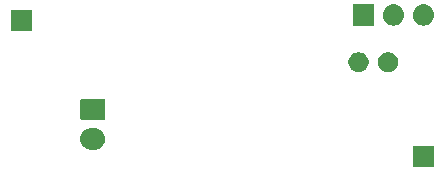
<source format=gbr>
G04 #@! TF.GenerationSoftware,KiCad,Pcbnew,5.0.2-bee76a0~70~ubuntu16.04.1*
G04 #@! TF.CreationDate,2019-07-30T15:32:40+02:00*
G04 #@! TF.ProjectId,hw-TS1B,68772d54-5331-4422-9e6b-696361645f70,rev?*
G04 #@! TF.SameCoordinates,Original*
G04 #@! TF.FileFunction,Soldermask,Bot*
G04 #@! TF.FilePolarity,Negative*
%FSLAX46Y46*%
G04 Gerber Fmt 4.6, Leading zero omitted, Abs format (unit mm)*
G04 Created by KiCad (PCBNEW 5.0.2-bee76a0~70~ubuntu16.04.1) date Tue 30 Jul 2019 03:32:40 PM CEST*
%MOMM*%
%LPD*%
G01*
G04 APERTURE LIST*
%ADD10C,0.100000*%
G04 APERTURE END LIST*
D10*
G36*
X187901000Y-83901000D02*
X186099000Y-83901000D01*
X186099000Y-82099000D01*
X187901000Y-82099000D01*
X187901000Y-83901000D01*
X187901000Y-83901000D01*
G37*
G36*
X159260443Y-80605519D02*
X159326627Y-80612037D01*
X159439853Y-80646384D01*
X159496467Y-80663557D01*
X159635087Y-80737652D01*
X159652991Y-80747222D01*
X159688729Y-80776552D01*
X159790186Y-80859814D01*
X159873448Y-80961271D01*
X159902778Y-80997009D01*
X159902779Y-80997011D01*
X159986443Y-81153533D01*
X159986443Y-81153534D01*
X160037963Y-81323373D01*
X160055359Y-81500000D01*
X160037963Y-81676627D01*
X160003616Y-81789853D01*
X159986443Y-81846467D01*
X159912348Y-81985087D01*
X159902778Y-82002991D01*
X159873448Y-82038729D01*
X159790186Y-82140186D01*
X159688729Y-82223448D01*
X159652991Y-82252778D01*
X159652989Y-82252779D01*
X159496467Y-82336443D01*
X159439853Y-82353616D01*
X159326627Y-82387963D01*
X159260442Y-82394482D01*
X159194260Y-82401000D01*
X158805740Y-82401000D01*
X158739558Y-82394482D01*
X158673373Y-82387963D01*
X158560147Y-82353616D01*
X158503533Y-82336443D01*
X158347011Y-82252779D01*
X158347009Y-82252778D01*
X158311271Y-82223448D01*
X158209814Y-82140186D01*
X158126552Y-82038729D01*
X158097222Y-82002991D01*
X158087652Y-81985087D01*
X158013557Y-81846467D01*
X157996384Y-81789853D01*
X157962037Y-81676627D01*
X157944641Y-81500000D01*
X157962037Y-81323373D01*
X158013557Y-81153534D01*
X158013557Y-81153533D01*
X158097221Y-80997011D01*
X158097222Y-80997009D01*
X158126552Y-80961271D01*
X158209814Y-80859814D01*
X158311271Y-80776552D01*
X158347009Y-80747222D01*
X158364913Y-80737652D01*
X158503533Y-80663557D01*
X158560147Y-80646384D01*
X158673373Y-80612037D01*
X158739557Y-80605519D01*
X158805740Y-80599000D01*
X159194260Y-80599000D01*
X159260443Y-80605519D01*
X159260443Y-80605519D01*
G37*
G36*
X159908600Y-78102989D02*
X159941649Y-78113014D01*
X159972106Y-78129294D01*
X159998799Y-78151201D01*
X160020706Y-78177894D01*
X160036986Y-78208351D01*
X160047011Y-78241400D01*
X160051000Y-78281904D01*
X160051000Y-79718096D01*
X160047011Y-79758600D01*
X160036986Y-79791649D01*
X160020706Y-79822106D01*
X159998799Y-79848799D01*
X159972106Y-79870706D01*
X159941649Y-79886986D01*
X159908600Y-79897011D01*
X159868096Y-79901000D01*
X158131904Y-79901000D01*
X158091400Y-79897011D01*
X158058351Y-79886986D01*
X158027894Y-79870706D01*
X158001201Y-79848799D01*
X157979294Y-79822106D01*
X157963014Y-79791649D01*
X157952989Y-79758600D01*
X157949000Y-79718096D01*
X157949000Y-78281904D01*
X157952989Y-78241400D01*
X157963014Y-78208351D01*
X157979294Y-78177894D01*
X158001201Y-78151201D01*
X158027894Y-78129294D01*
X158058351Y-78113014D01*
X158091400Y-78102989D01*
X158131904Y-78099000D01*
X159868096Y-78099000D01*
X159908600Y-78102989D01*
X159908600Y-78102989D01*
G37*
G36*
X181748228Y-74181703D02*
X181903100Y-74245853D01*
X182042481Y-74338985D01*
X182161015Y-74457519D01*
X182254147Y-74596900D01*
X182318297Y-74751772D01*
X182351000Y-74916184D01*
X182351000Y-75083816D01*
X182318297Y-75248228D01*
X182254147Y-75403100D01*
X182161015Y-75542481D01*
X182042481Y-75661015D01*
X181903100Y-75754147D01*
X181748228Y-75818297D01*
X181583816Y-75851000D01*
X181416184Y-75851000D01*
X181251772Y-75818297D01*
X181096900Y-75754147D01*
X180957519Y-75661015D01*
X180838985Y-75542481D01*
X180745853Y-75403100D01*
X180681703Y-75248228D01*
X180649000Y-75083816D01*
X180649000Y-74916184D01*
X180681703Y-74751772D01*
X180745853Y-74596900D01*
X180838985Y-74457519D01*
X180957519Y-74338985D01*
X181096900Y-74245853D01*
X181251772Y-74181703D01*
X181416184Y-74149000D01*
X181583816Y-74149000D01*
X181748228Y-74181703D01*
X181748228Y-74181703D01*
G37*
G36*
X184248228Y-74181703D02*
X184403100Y-74245853D01*
X184542481Y-74338985D01*
X184661015Y-74457519D01*
X184754147Y-74596900D01*
X184818297Y-74751772D01*
X184851000Y-74916184D01*
X184851000Y-75083816D01*
X184818297Y-75248228D01*
X184754147Y-75403100D01*
X184661015Y-75542481D01*
X184542481Y-75661015D01*
X184403100Y-75754147D01*
X184248228Y-75818297D01*
X184083816Y-75851000D01*
X183916184Y-75851000D01*
X183751772Y-75818297D01*
X183596900Y-75754147D01*
X183457519Y-75661015D01*
X183338985Y-75542481D01*
X183245853Y-75403100D01*
X183181703Y-75248228D01*
X183149000Y-75083816D01*
X183149000Y-74916184D01*
X183181703Y-74751772D01*
X183245853Y-74596900D01*
X183338985Y-74457519D01*
X183457519Y-74338985D01*
X183596900Y-74245853D01*
X183751772Y-74181703D01*
X183916184Y-74149000D01*
X184083816Y-74149000D01*
X184248228Y-74181703D01*
X184248228Y-74181703D01*
G37*
G36*
X153901000Y-72401000D02*
X152099000Y-72401000D01*
X152099000Y-70599000D01*
X153901000Y-70599000D01*
X153901000Y-72401000D01*
X153901000Y-72401000D01*
G37*
G36*
X182821000Y-71901000D02*
X181019000Y-71901000D01*
X181019000Y-70099000D01*
X182821000Y-70099000D01*
X182821000Y-71901000D01*
X182821000Y-71901000D01*
G37*
G36*
X184570442Y-70105518D02*
X184636627Y-70112037D01*
X184749853Y-70146384D01*
X184806467Y-70163557D01*
X184945087Y-70237652D01*
X184962991Y-70247222D01*
X184998729Y-70276552D01*
X185100186Y-70359814D01*
X185183448Y-70461271D01*
X185212778Y-70497009D01*
X185212779Y-70497011D01*
X185296443Y-70653533D01*
X185296443Y-70653534D01*
X185347963Y-70823373D01*
X185365359Y-71000000D01*
X185347963Y-71176627D01*
X185313616Y-71289853D01*
X185296443Y-71346467D01*
X185222348Y-71485087D01*
X185212778Y-71502991D01*
X185183448Y-71538729D01*
X185100186Y-71640186D01*
X184998729Y-71723448D01*
X184962991Y-71752778D01*
X184962989Y-71752779D01*
X184806467Y-71836443D01*
X184749853Y-71853616D01*
X184636627Y-71887963D01*
X184570443Y-71894481D01*
X184504260Y-71901000D01*
X184415740Y-71901000D01*
X184349557Y-71894481D01*
X184283373Y-71887963D01*
X184170147Y-71853616D01*
X184113533Y-71836443D01*
X183957011Y-71752779D01*
X183957009Y-71752778D01*
X183921271Y-71723448D01*
X183819814Y-71640186D01*
X183736552Y-71538729D01*
X183707222Y-71502991D01*
X183697652Y-71485087D01*
X183623557Y-71346467D01*
X183606384Y-71289853D01*
X183572037Y-71176627D01*
X183554641Y-71000000D01*
X183572037Y-70823373D01*
X183623557Y-70653534D01*
X183623557Y-70653533D01*
X183707221Y-70497011D01*
X183707222Y-70497009D01*
X183736552Y-70461271D01*
X183819814Y-70359814D01*
X183921271Y-70276552D01*
X183957009Y-70247222D01*
X183974913Y-70237652D01*
X184113533Y-70163557D01*
X184170147Y-70146384D01*
X184283373Y-70112037D01*
X184349558Y-70105518D01*
X184415740Y-70099000D01*
X184504260Y-70099000D01*
X184570442Y-70105518D01*
X184570442Y-70105518D01*
G37*
G36*
X187110442Y-70105518D02*
X187176627Y-70112037D01*
X187289853Y-70146384D01*
X187346467Y-70163557D01*
X187485087Y-70237652D01*
X187502991Y-70247222D01*
X187538729Y-70276552D01*
X187640186Y-70359814D01*
X187723448Y-70461271D01*
X187752778Y-70497009D01*
X187752779Y-70497011D01*
X187836443Y-70653533D01*
X187836443Y-70653534D01*
X187887963Y-70823373D01*
X187905359Y-71000000D01*
X187887963Y-71176627D01*
X187853616Y-71289853D01*
X187836443Y-71346467D01*
X187762348Y-71485087D01*
X187752778Y-71502991D01*
X187723448Y-71538729D01*
X187640186Y-71640186D01*
X187538729Y-71723448D01*
X187502991Y-71752778D01*
X187502989Y-71752779D01*
X187346467Y-71836443D01*
X187289853Y-71853616D01*
X187176627Y-71887963D01*
X187110443Y-71894481D01*
X187044260Y-71901000D01*
X186955740Y-71901000D01*
X186889557Y-71894481D01*
X186823373Y-71887963D01*
X186710147Y-71853616D01*
X186653533Y-71836443D01*
X186497011Y-71752779D01*
X186497009Y-71752778D01*
X186461271Y-71723448D01*
X186359814Y-71640186D01*
X186276552Y-71538729D01*
X186247222Y-71502991D01*
X186237652Y-71485087D01*
X186163557Y-71346467D01*
X186146384Y-71289853D01*
X186112037Y-71176627D01*
X186094641Y-71000000D01*
X186112037Y-70823373D01*
X186163557Y-70653534D01*
X186163557Y-70653533D01*
X186247221Y-70497011D01*
X186247222Y-70497009D01*
X186276552Y-70461271D01*
X186359814Y-70359814D01*
X186461271Y-70276552D01*
X186497009Y-70247222D01*
X186514913Y-70237652D01*
X186653533Y-70163557D01*
X186710147Y-70146384D01*
X186823373Y-70112037D01*
X186889558Y-70105518D01*
X186955740Y-70099000D01*
X187044260Y-70099000D01*
X187110442Y-70105518D01*
X187110442Y-70105518D01*
G37*
M02*

</source>
